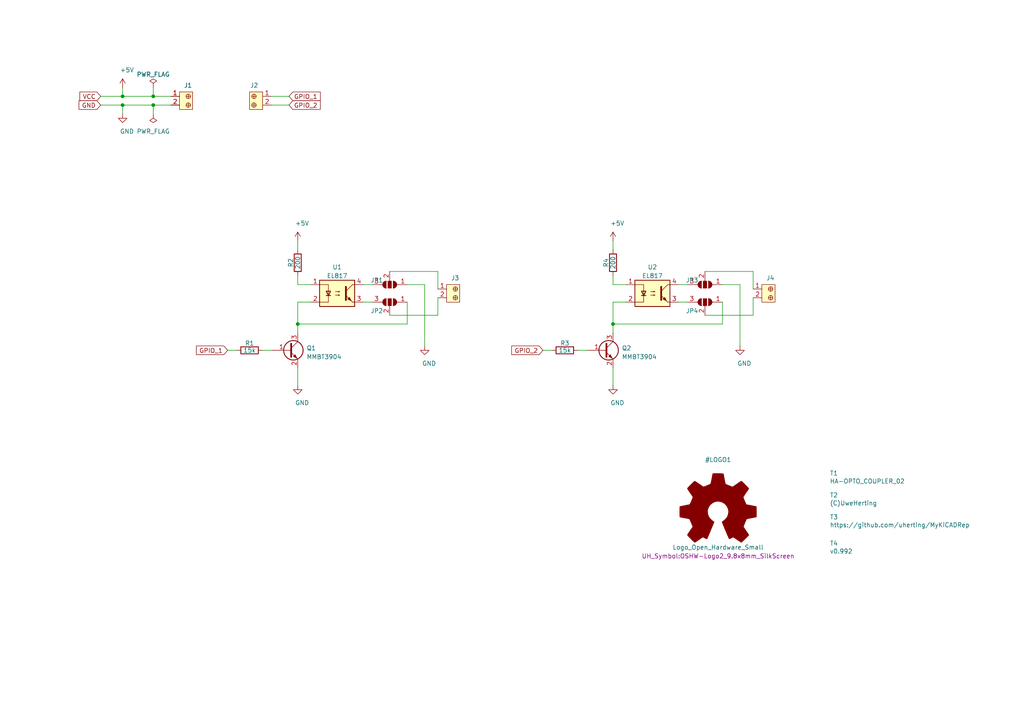
<source format=kicad_sch>
(kicad_sch (version 20210406) (generator eeschema)
  (paper "A4")
  (title_block (title "HA_OPTO_COUPLER_02") (date "2021-04-17") (rev "0.992"))
  (lib_symbols
    (symbol "UH_Graphic:Logo_Open_Hardware_Small" (pin_names (offset 1.016))
      (symbol "Logo_Open_Hardware_Small_1_1"
        (polyline (pts (xy 6.731 -8.7122) (xy 6.6294 -8.6614) (xy 6.35 -8.4836) (xy 5.9944 -8.255) (xy 5.5372 -7.9502) (xy 5.1054 -7.6454) (xy 4.7498 -7.4168) (xy 4.4958 -7.239) (xy 4.3942 -7.1882) (xy 4.318 -7.2136) (xy 4.1148 -7.3152) (xy 3.81 -7.4676) (xy 3.6322 -7.5692) (xy 3.3528 -7.6708) (xy 3.2258 -7.6962) (xy 3.2004 -7.6708) (xy 3.0988 -7.4676) (xy 2.9464 -7.0866) (xy 2.7178 -6.604) (xy 2.4892 -6.0452) (xy 2.2352 -5.4356) (xy 1.9558 -4.826) (xy 1.7272 -4.2164) (xy 1.4986 -3.683) (xy 1.3208 -3.2512) (xy 1.2192 -2.9464) (xy 1.1684 -2.8194) (xy 1.1938 -2.794) (xy 1.3208 -2.667) (xy 1.5748 -2.4892) (xy 2.0828 -2.0574) (xy 2.6162 -1.397) (xy 2.921 -0.6604) (xy 3.048 0.1524) (xy 2.9464 0.9144) (xy 2.6416 1.6256) (xy 2.1336 2.286) (xy 1.524 2.7686) (xy 0.8128 3.0734) (xy 0 3.175) (xy -0.762 3.0988) (xy -1.4986 2.794) (xy -2.159 2.286) (xy -2.4384 1.9812) (xy -2.8194 1.3208) (xy -3.048 0.6096) (xy -3.0734 0.4318) (xy -3.0226 -0.3556) (xy -2.794 -1.0922) (xy -2.3876 -1.7526) (xy -1.8288 -2.3114) (xy -1.7526 -2.3622) (xy -1.4732 -2.5654) (xy -1.2954 -2.6924) (xy -1.1684 -2.8194) (xy -2.159 -5.207) (xy -2.3114 -5.588) (xy -2.5908 -6.2484) (xy -2.8194 -6.8072) (xy -3.0226 -7.2644) (xy -3.1496 -7.5692) (xy -3.2258 -7.6708) (xy -3.2258 -7.6962) (xy -3.302 -7.6962) (xy -3.4798 -7.6454) (xy -3.8354 -7.4676) (xy -4.0386 -7.366) (xy -4.2926 -7.239) (xy -4.4196 -7.1882) (xy -4.5212 -7.239) (xy -4.7498 -7.3914) (xy -5.1054 -7.6454) (xy -5.5372 -7.9248) (xy -5.9436 -8.2042) (xy -6.3246 -8.4582) (xy -6.604 -8.636) (xy -6.731 -8.7122) (xy -6.7564 -8.7122) (xy -6.858 -8.636) (xy -7.0866 -8.4582) (xy -7.4168 -8.1534) (xy -7.874 -7.6962) (xy -7.9502 -7.62) (xy -8.3312 -7.239) (xy -8.636 -6.9088) (xy -8.8392 -6.6802) (xy -8.9154 -6.5786) (xy -8.9154 -6.5786) (xy -8.8392 -6.4516) (xy -8.6614 -6.1722) (xy -8.4328 -5.7912) (xy -8.128 -5.3594) (xy -7.3152 -4.191) (xy -7.7724 -3.0988) (xy -7.8994 -2.7686) (xy -8.0772 -2.3622) (xy -8.2042 -2.0828) (xy -8.255 -1.9558) (xy -8.382 -1.905) (xy -8.6614 -1.8542) (xy -9.0932 -1.7526) (xy -9.6266 -1.651) (xy -10.1092 -1.5748) (xy -10.541 -1.4732) (xy -10.8712 -1.4224) (xy -11.0236 -1.397) (xy -11.049 -1.3716) (xy -11.0744 -1.2954) (xy -11.0998 -1.143) (xy -11.0998 -0.889) (xy -11.1252 -0.4572) (xy -11.1252 0.1524) (xy -11.1252 0.2286) (xy -11.0998 0.8128) (xy -11.0998 1.27) (xy -11.0744 1.5494) (xy -11.0744 1.6764) (xy -11.0744 1.6764) (xy -10.922 1.7018) (xy -10.6172 1.778) (xy -10.16 1.8542) (xy -9.652 1.9558) (xy -9.6012 1.9812) (xy -9.0932 2.0828) (xy -8.636 2.159) (xy -8.3312 2.2352) (xy -8.2042 2.286) (xy -8.1788 2.3114) (xy -8.0772 2.5146) (xy -7.9248 2.8448) (xy -7.747 3.2512) (xy -7.5692 3.6576) (xy -7.4168 4.0386) (xy -7.3152 4.318) (xy -7.2898 4.445) (xy -7.2898 4.445) (xy -7.366 4.572) (xy -7.5438 4.826) (xy -7.7978 5.207) (xy -8.128 5.6642) (xy -8.128 5.6896) (xy -8.4328 6.1468) (xy -8.6868 6.5278) (xy -8.8392 6.7818) (xy -8.9154 6.9088) (xy -8.9154 6.9088) (xy -8.8138 7.0358) (xy -8.5852 7.2898) (xy -8.255 7.6454) (xy -7.874 8.0264) (xy -7.747 8.1534) (xy -7.3152 8.5852) (xy -7.0104 8.8646) (xy -6.8326 8.9916) (xy -6.731 9.0424) (xy -6.731 9.0424) (xy -6.604 8.9408) (xy -6.3246 8.763) (xy -5.9436 8.509) (xy -5.4864 8.2042) (xy -5.461 8.1788) (xy -5.0038 7.874) (xy -4.6482 7.62) (xy -4.3688 7.4422) (xy -4.2672 7.3914) (xy -4.2418 7.3914) (xy -4.064 7.4422) (xy -3.7338 7.5438) (xy -3.3528 7.6962) (xy -2.9464 7.874) (xy -2.5654 8.0264) (xy -2.286 8.1534) (xy -2.159 8.2296) (xy -2.159 8.2296) (xy -2.1082 8.382) (xy -2.032 8.7122) (xy -1.9304 9.1694) (xy -1.8288 9.7282) (xy -1.8034 9.8044) (xy -1.7018 10.3378) (xy -1.6256 10.7696) (xy -1.5748 11.0744) (xy -1.524 11.2014) (xy -1.4478 11.2268) (xy -1.1938 11.2522) (xy -0.8128 11.2522) (xy -0.3302 11.2522) (xy 0.1524 11.2522) (xy 0.6604 11.2522) (xy 1.0668 11.2268) (xy 1.3716 11.2014) (xy 1.4986 11.176) (xy 1.4986 11.176) (xy 1.5494 11.0236) (xy 1.6256 10.6934) (xy 1.7018 10.2108) (xy 1.8288 9.6774) (xy 1.8288 9.5758) (xy 1.9304 9.0424) (xy 2.032 8.6106) (xy 2.0828 8.3058) (xy 2.1336 8.2042) (xy 2.159 8.1788) (xy 2.3876 8.0772) (xy 2.7432 7.9248) (xy 3.175 7.747) (xy 4.191 7.3406) (xy 5.461 8.2042) (xy 5.5626 8.2804) (xy 6.0198 8.5852) (xy 6.3754 8.8392) (xy 6.6294 8.9916) (xy 6.7564 9.0424) (xy 6.7564 9.0424) (xy 6.8834 8.9408) (xy 7.1374 8.7122) (xy 7.4676 8.382) (xy 7.8486 7.9756) (xy 8.1534 7.6962) (xy 8.4836 7.3406) (xy 8.7122 7.112) (xy 8.8392 6.9596) (xy 8.8646 6.858) (xy 8.8646 6.8072) (xy 8.7884 6.6802) (xy 8.6106 6.4008) (xy 8.3312 6.0198) (xy 8.0264 5.588) (xy 7.7978 5.207) (xy 7.5184 4.8006) (xy 7.3406 4.4958) (xy 7.2898 4.3434) (xy 7.2898 4.2926) (xy 7.3914 4.0386) (xy 7.5184 3.683) (xy 7.7216 3.2258) (xy 8.1534 2.2352) (xy 8.7884 2.1082) (xy 9.1948 2.0574) (xy 9.7536 1.9304) (xy 10.2616 1.8288) (xy 11.0998 1.6764) (xy 11.1252 -1.3208) (xy 10.9982 -1.3716) (xy 10.8712 -1.397) (xy 10.5664 -1.4732) (xy 10.1346 -1.5494) (xy 9.6266 -1.651) (xy 9.1948 -1.7272) (xy 8.7376 -1.8288) (xy 8.4328 -1.8796) (xy 8.2804 -1.905) (xy 8.255 -1.9558) (xy 8.1534 -2.159) (xy 7.9756 -2.5146) (xy 7.8232 -2.921) (xy 7.6454 -3.3274) (xy 7.493 -3.7338) (xy 7.366 -4.0132) (xy 7.3406 -4.191) (xy 7.3914 -4.2926) (xy 7.5692 -4.5466) (xy 7.7978 -4.9276) (xy 8.1026 -5.3594) (xy 8.4074 -5.7912) (xy 8.6614 -6.1722) (xy 8.8138 -6.4262) (xy 8.89 -6.5532) (xy 8.8646 -6.6548) (xy 8.6868 -6.858) (xy 8.3566 -7.1882) (xy 7.874 -7.6708) (xy 7.7978 -7.747) (xy 7.3914 -8.128) (xy 7.0612 -8.4328) (xy 6.8326 -8.636) (xy 6.731 -8.7122)) (fill (type outline)))
      )
    )
    (symbol "UH_HA:(C)UweHerting" (pin_numbers hide) (pin_names (offset 0) hide)
      (property "Reference" "T" (at 0 1.27 0))
      (property "Value" "(C)UweHerting" (at 0 -2.54 0))
    )
    (symbol "UH_HA:EL817" (pin_names (offset 1.016))
      (property "Reference" "U" (at -5.08 5.08 0))
      (property "Value" "EL817" (at 0 5.08 0))
      (symbol "EL817_0_1"
        (rectangle (start -5.08 3.81) (end 5.08 -3.81) (stroke (width 0.254)) (fill (type background)))
        (polyline (pts (xy -3.175 -0.635) (xy -1.905 -0.635)) (stroke (width 0.254)))
        (polyline (pts (xy 2.54 0.635) (xy 4.445 2.54)))
        (polyline (pts (xy 4.445 -2.54) (xy 5.08 -2.54)))
        (polyline (pts (xy 4.445 2.54) (xy 5.08 2.54)))
        (polyline (pts (xy -5.08 2.54) (xy -2.54 2.54) (xy -2.54 -0.635)))
        (polyline (pts (xy -2.54 -0.635) (xy -2.54 -2.54) (xy -5.08 -2.54)))
        (polyline (pts (xy 2.54 1.905) (xy 2.54 -1.905) (xy 2.54 -1.905)) (stroke (width 0.508)))
        (polyline (pts (xy -2.54 -0.635) (xy -3.175 0.635) (xy -1.905 0.635) (xy -2.54 -0.635)) (stroke (width 0.254)))
        (polyline (pts (xy -0.508 -0.508) (xy 0.762 -0.508) (xy 0.381 -0.635) (xy 0.381 -0.381) (xy 0.762 -0.508)))
        (polyline (pts (xy -0.508 0.508) (xy 0.762 0.508) (xy 0.381 0.381) (xy 0.381 0.635) (xy 0.762 0.508)))
        (polyline (pts (xy 4.445 -2.54) (xy 2.54 -0.635)) (fill (type outline)))
        (polyline (pts (xy 3.048 -1.651) (xy 3.556 -1.143) (xy 4.064 -2.159) (xy 3.048 -1.651) (xy 3.048 -1.651)) (fill (type outline)))
      )
      (symbol "EL817_1_1"
        (pin passive line (at -7.62 2.54 0) (length 2.54) (name "~") (number "1"))
        (pin passive line (at -7.62 -2.54 0) (length 2.54) (name "~") (number "2"))
        (pin passive line (at 7.62 -2.54 180) (length 2.54) (name "~") (number "3"))
        (pin passive line (at 7.62 2.54 180) (length 2.54) (name "~") (number "4"))
      )
    )
    (symbol "UH_HA:GithubLink_UH" (pin_numbers hide) (pin_names (offset 0) hide)
      (property "Reference" "T" (at 0 1.27 0))
      (property "Datasheet" "https://github.com/uherting/MyKiCADRep" (at 0 0 0))
    )
    (symbol "UH_HA:MMBT3904" (pin_names (offset 0) hide)
      (property "Reference" "Q" (at 5.08 1.905 0))
      (property "Value" "MMBT3904" (at 5.08 0 0))
      (symbol "MMBT3904_0_1"
        (circle (center 1.27 0) (radius 2.8194) (stroke (width 0.254)))
        (polyline (pts (xy 0.635 0.635) (xy 2.54 2.54)))
        (polyline (pts (xy 0.635 -0.635) (xy 2.54 -2.54) (xy 2.54 -2.54)))
        (polyline (pts (xy 0.635 1.905) (xy 0.635 -1.905) (xy 0.635 -1.905)) (stroke (width 0.508)))
        (polyline (pts (xy 1.27 -1.778) (xy 1.778 -1.27) (xy 2.286 -2.286) (xy 1.27 -1.778) (xy 1.27 -1.778)) (fill (type outline)))
      )
      (symbol "MMBT3904_1_1"
        (pin input line (at -5.08 0 0) (length 5.715) (name "B") (number "1"))
        (pin passive line (at 2.54 -5.08 90) (length 2.54) (name "E") (number "2"))
        (pin passive line (at 2.54 5.08 270) (length 2.54) (name "C") (number "3"))
      )
    )
    (symbol "UH_HA:PCB_Name" (pin_numbers hide) (pin_names (offset 0) hide)
      (property "Reference" "T" (at 0 1.27 0))
      (property "Value" "PCB_Name" (at 0 -2.54 0))
    )
    (symbol "UH_HA:PCB_Version" (pin_numbers hide) (pin_names (offset 0) hide)
      (property "Reference" "T" (at 0 1.27 0))
      (property "Value" "PCB_Version" (at 0 -2.54 0))
    )
    (symbol "UH_HA:PWR_FLAG" (power) (pin_numbers hide) (pin_names (offset 0) hide)
      (property "Value" "PWR_FLAG" (at 0 3.81 0))
      (symbol "PWR_FLAG_0_0"
        (pin power_out line (at 0 0 90) (length 0) (name "pwr") (number "1"))
      )
      (symbol "PWR_FLAG_0_1"
        (polyline (pts (xy 0 0) (xy 0 1.27) (xy -1.016 1.905) (xy 0 2.54) (xy 1.016 1.905) (xy 0 1.27)))
      )
    )
    (symbol "UH_HA:R" (pin_numbers hide) (pin_names (offset 0))
      (property "Reference" "R" (at 2.032 0 90))
      (property "Value" "R" (at 0 0 90))
      (symbol "R_0_1"
        (rectangle (start -1.016 -2.54) (end 1.016 2.54) (stroke (width 0.254)))
      )
      (symbol "R_1_1"
        (pin passive line (at 0 3.81 270) (length 1.27) (name "~") (number "1"))
        (pin passive line (at 0 -3.81 90) (length 1.27) (name "~") (number "2"))
      )
    )
    (symbol "UH_HA:SolderJumper_3_Open" (pin_names (offset 0) hide)
      (property "Reference" "JP" (at -2.54 -2.54 0))
      (property "Value" "SolderJumper_3_Open" (at 0 2.794 0))
      (symbol "SolderJumper_3_Open_0_1"
        (arc (start -1.016 1.016) (end -1.016 -1.016) (radius (at -1.016 0) (length 1.016) (angles 90.1 -90.1)))
        (arc (start 1.016 -1.016) (end 1.016 1.016) (radius (at 1.016 0) (length 1.016) (angles -89.9 89.9)))
        (arc (start -1.016 1.016) (end -1.016 -1.016) (radius (at -1.016 0) (length 1.016) (angles 90.1 -90.1)) (fill (type outline)))
        (arc (start 1.016 -1.016) (end 1.016 1.016) (radius (at 1.016 0) (length 1.016) (angles -89.9 89.9)) (fill (type outline)))
        (rectangle (start -0.508 1.016) (end 0.508 -1.016) (fill (type outline)))
        (polyline (pts (xy -2.54 0) (xy -2.032 0)))
        (polyline (pts (xy -1.016 1.016) (xy -1.016 -1.016)))
        (polyline (pts (xy 0 -1.27) (xy 0 -1.016)))
        (polyline (pts (xy 1.016 1.016) (xy 1.016 -1.016)))
        (polyline (pts (xy 2.54 0) (xy 2.032 0)))
      )
      (symbol "SolderJumper_3_Open_1_1"
        (pin passive line (at -5.08 0 0) (length 2.54) (name "A") (number "1"))
        (pin input line (at 0 -3.81 90) (length 2.54) (name "C") (number "2"))
        (pin passive line (at 5.08 0 180) (length 2.54) (name "B") (number "3"))
      )
    )
    (symbol "UH_HA:TerminalBlock_2pin" (pin_names (offset 1.016))
      (property "Reference" "J" (at -2.54 1.27 0))
      (property "Value" "TerminalBlock_2pin" (at 1.27 -2.54 0))
      (symbol "TerminalBlock_2pin_1_1"
        (circle (center 0 0) (radius 0.635))
        (circle (center 2.54 0) (radius 0.635))
        (rectangle (start -1.27 2.54) (end 3.81 -1.27) (fill (type background)))
        (polyline (pts (xy 0 0.635) (xy 0 -0.635)))
        (polyline (pts (xy 0.635 0) (xy -0.635 0)))
        (polyline (pts (xy 1.905 0) (xy 3.175 0)))
        (polyline (pts (xy 2.54 0.635) (xy 2.54 -0.635)))
        (pin passive line (at 0 5.08 270) (length 2.54) (name "~") (number "1"))
        (pin passive line (at 2.54 5.08 270) (length 2.54) (name "~") (number "2"))
      )
    )
    (symbol "power:+5V" (power) (pin_names (offset 0))
      (property "Value" "+5V" (at 0 3.556 0))
      (symbol "+5V_0_1"
        (polyline (pts (xy -0.762 1.27) (xy 0 2.54)))
        (polyline (pts (xy 0 0) (xy 0 2.54)))
        (polyline (pts (xy 0 2.54) (xy 0.762 1.27)))
      )
      (symbol "+5V_1_1"
        (pin power_in line (at 0 0 90) (length 0) hide (name "+5V") (number "1"))
      )
    )
    (symbol "power:GND" (power) (pin_names (offset 0))
      (property "Value" "GND" (at 0 -3.81 0))
      (symbol "GND_0_1"
        (polyline (pts (xy 0 0) (xy 0 -1.27) (xy 1.27 -1.27) (xy 0 -2.54) (xy -1.27 -1.27) (xy 0 -1.27)))
      )
      (symbol "GND_1_1"
        (pin power_in line (at 0 0 270) (length 0) hide (name "GND") (number "1"))
      )
    )
  )
  (junction (at 35.56 27.94) (diameter 0.9144))
  (junction (at 35.56 30.48) (diameter 0.9144))
  (junction (at 44.45 27.94) (diameter 0.9144))
  (junction (at 44.45 30.48) (diameter 0.9144))
  (junction (at 86.36 93.98) (diameter 0.9144))
  (junction (at 177.8 93.98) (diameter 0.9144))
  (wire (pts (xy 29.21 27.94) (xy 35.56 27.94)))
  (wire (pts (xy 29.21 30.48) (xy 35.56 30.48)))
  (wire (pts (xy 35.56 25.4) (xy 35.56 27.94)))
  (wire (pts (xy 35.56 27.94) (xy 44.45 27.94)))
  (wire (pts (xy 35.56 30.48) (xy 35.56 33.02)))
  (wire (pts (xy 35.56 30.48) (xy 44.45 30.48)))
  (wire (pts (xy 44.45 27.94) (xy 44.45 25.4)))
  (wire (pts (xy 44.45 27.94) (xy 49.53 27.94)))
  (wire (pts (xy 44.45 30.48) (xy 44.45 33.02)))
  (wire (pts (xy 44.45 30.48) (xy 49.53 30.48)))
  (wire (pts (xy 66.04 101.6) (xy 68.58 101.6)))
  (wire (pts (xy 76.2 101.6) (xy 78.74 101.6)))
  (wire (pts (xy 78.74 27.94) (xy 83.82 27.94)))
  (wire (pts (xy 78.74 30.48) (xy 83.82 30.48)))
  (wire (pts (xy 86.36 69.85) (xy 86.36 72.39)))
  (wire (pts (xy 86.36 80.01) (xy 86.36 82.55)))
  (wire (pts (xy 86.36 87.63) (xy 86.36 93.98)))
  (wire (pts (xy 86.36 93.98) (xy 86.36 96.52)))
  (wire (pts (xy 86.36 93.98) (xy 118.11 93.98)))
  (wire (pts (xy 86.36 106.68) (xy 86.36 111.76)))
  (wire (pts (xy 90.17 82.55) (xy 86.36 82.55)))
  (wire (pts (xy 90.17 87.63) (xy 86.36 87.63)))
  (wire (pts (xy 105.41 82.55) (xy 107.95 82.55)))
  (wire (pts (xy 105.41 87.63) (xy 107.95 87.63)))
  (wire (pts (xy 113.03 78.74) (xy 127 78.74)))
  (wire (pts (xy 113.03 91.44) (xy 127 91.44)))
  (wire (pts (xy 118.11 82.55) (xy 123.19 82.55)))
  (wire (pts (xy 118.11 87.63) (xy 118.11 93.98)))
  (wire (pts (xy 123.19 82.55) (xy 123.19 100.33)))
  (wire (pts (xy 127 78.74) (xy 127 83.82)))
  (wire (pts (xy 127 91.44) (xy 127 86.36)))
  (wire (pts (xy 157.48 101.6) (xy 160.02 101.6)))
  (wire (pts (xy 167.64 101.6) (xy 170.18 101.6)))
  (wire (pts (xy 177.8 69.85) (xy 177.8 72.39)))
  (wire (pts (xy 177.8 80.01) (xy 177.8 82.55)))
  (wire (pts (xy 177.8 87.63) (xy 177.8 93.98)))
  (wire (pts (xy 177.8 93.98) (xy 177.8 96.52)))
  (wire (pts (xy 177.8 93.98) (xy 209.55 93.98)))
  (wire (pts (xy 177.8 106.68) (xy 177.8 111.76)))
  (wire (pts (xy 181.61 82.55) (xy 177.8 82.55)))
  (wire (pts (xy 181.61 87.63) (xy 177.8 87.63)))
  (wire (pts (xy 196.85 82.55) (xy 199.39 82.55)))
  (wire (pts (xy 196.85 87.63) (xy 199.39 87.63)))
  (wire (pts (xy 204.47 78.74) (xy 218.44 78.74)))
  (wire (pts (xy 204.47 91.44) (xy 218.44 91.44)))
  (wire (pts (xy 209.55 82.55) (xy 214.63 82.55)))
  (wire (pts (xy 209.55 87.63) (xy 209.55 93.98)))
  (wire (pts (xy 214.63 82.55) (xy 214.63 100.33)))
  (wire (pts (xy 218.44 78.74) (xy 218.44 83.82)))
  (wire (pts (xy 218.44 91.44) (xy 218.44 86.36)))
  (global_label "VCC" (shape input) (at 29.21 27.94 180) (property "Intersheet References" "${INTERSHEET_REFS}" (effects hide)))
  (global_label "GND" (shape input) (at 29.21 30.48 180) (property "Intersheet References" "${INTERSHEET_REFS}" (effects hide)))
  (global_label "GPIO_1" (shape input) (at 66.04 101.6 180) (property "Intersheet References" "${INTERSHEET_REFS}" (effects hide)))
  (global_label "GPIO_1" (shape input) (at 83.82 27.94 0) (property "Intersheet References" "${INTERSHEET_REFS}" (effects hide)))
  (global_label "GPIO_2" (shape input) (at 83.82 30.48 0) (property "Intersheet References" "${INTERSHEET_REFS}" (effects hide)))
  (global_label "GPIO_2" (shape input) (at 157.48 101.6 180) (property "Intersheet References" "${INTERSHEET_REFS}" (effects hide)))
  (symbol (lib_id "UH_HA:PCB_Name") (at 240.03 138.43 0) (unit 1)
    (property "Reference" "T1" (at 240.665 137.2616 0) (effects (justify left)))
    (property "Value" "HA-OPTO_COUPLER_02" (at 240.665 139.573 0) (effects (font (size 1.25 1.25)) (justify left)))
    (property "Footprint" "UH_HA:PCB_Name" (effects hide))
  )
  (symbol (lib_id "UH_HA:(C)UweHerting") (at 240.03 144.78 0) (unit 1)
    (property "Reference" "T2" (at 240.665 143.6116 0) (effects (justify left)))
    (property "Value" "(C)UweHerting" (at 240.665 145.923 0) (effects (justify left)))
    (property "Footprint" "UH_HA:Copyright-Uwe_Herting" (effects hide))
  )
  (symbol (lib_id "UH_HA:GithubLink_UH") (at 240.03 151.13 0) (unit 1)
    (property "Reference" "T3" (at 240.665 149.9616 0) (effects (justify left)))
    (property "Value" "https://github.com/uherting/MyKiCADRep" (at 240.665 152.273 0) (effects (justify left)))
    (property "Footprint" "UH_HA:GithubLink_UH" (effects hide))
  )
  (symbol (lib_id "UH_HA:PCB_Version") (at 240.03 158.75 0) (unit 1)
    (property "Reference" "T4" (at 240.665 157.607 0) (effects (justify left)))
    (property "Value" "v0.992" (at 240.665 159.893 0) (effects (justify left)))
    (property "Footprint" "UH_HA:PCB_Version" (effects hide))
  )
  (symbol (lib_id "power:+5V") (at 35.56 25.4 0) (unit 1)
    (property "Reference" "#PWR01" (effects hide))
    (property "Value" "+5V" (at 36.83 20.32 0))
  )
  (symbol (lib_id "power:+5V") (at 86.36 69.85 0) (unit 1)
    (property "Reference" "#PWR03" (effects hide))
    (property "Value" "+5V" (at 87.63 64.77 0))
  )
  (symbol (lib_id "power:+5V") (at 177.8 69.85 0) (unit 1)
    (property "Reference" "#PWR06" (effects hide))
    (property "Value" "+5V" (at 179.07 64.77 0))
  )
  (symbol (lib_id "UH_HA:PWR_FLAG") (at 44.45 25.4 0) (unit 1)
    (property "Reference" "#FLG01" (effects hide))
    (property "Value" "PWR_FLAG" (at 44.45 21.59 0))
  )
  (symbol (lib_id "UH_HA:PWR_FLAG") (at 44.45 33.02 180) (unit 1)
    (property "Reference" "#FLG02" (effects hide))
    (property "Value" "PWR_FLAG" (at 44.45 38.1 0))
  )
  (symbol (lib_id "power:GND") (at 35.56 33.02 0) (unit 1)
    (property "Reference" "#PWR02" (effects hide))
    (property "Value" "GND" (at 36.83 38.1 0))
  )
  (symbol (lib_id "power:GND") (at 86.36 111.76 0) (unit 1)
    (property "Reference" "#PWR04" (effects hide))
    (property "Value" "GND" (at 87.63 116.84 0))
  )
  (symbol (lib_id "power:GND") (at 123.19 100.33 0) (unit 1)
    (property "Reference" "#PWR05" (effects hide))
    (property "Value" "GND" (at 124.46 105.41 0))
  )
  (symbol (lib_id "power:GND") (at 177.8 111.76 0) (unit 1)
    (property "Reference" "#PWR07" (effects hide))
    (property "Value" "GND" (at 179.07 116.84 0))
  )
  (symbol (lib_id "power:GND") (at 214.63 100.33 0) (unit 1)
    (property "Reference" "#PWR08" (effects hide))
    (property "Value" "GND" (at 215.9 105.41 0))
  )
  (symbol (lib_id "UH_HA:R") (at 72.39 101.6 90) (unit 1)
    (property "Reference" "R1" (at 72.39 99.568 90))
    (property "Value" "15k" (at 72.39 101.6 90))
    (property "Footprint" "Resistor_SMD:R_0805_2012Metric_Pad1.20x1.40mm_HandSolder" (effects hide))
  )
  (symbol (lib_id "UH_HA:R") (at 86.36 76.2 180) (unit 1)
    (property "Reference" "R2" (at 84.328 76.2 90))
    (property "Value" "200" (at 86.36 76.2 90))
    (property "Footprint" "Resistor_SMD:R_0805_2012Metric_Pad1.20x1.40mm_HandSolder" (effects hide))
  )
  (symbol (lib_id "UH_HA:R") (at 163.83 101.6 90) (unit 1)
    (property "Reference" "R3" (at 163.83 99.568 90))
    (property "Value" "15k" (at 163.83 101.6 90))
    (property "Footprint" "Resistor_SMD:R_0805_2012Metric_Pad1.20x1.40mm_HandSolder" (effects hide))
  )
  (symbol (lib_id "UH_HA:R") (at 177.8 76.2 180) (unit 1)
    (property "Reference" "R4" (at 175.768 76.2 90))
    (property "Value" "200" (at 177.8 76.2 90))
    (property "Footprint" "Resistor_SMD:R_0805_2012Metric_Pad1.20x1.40mm_HandSolder" (effects hide))
  )
  (symbol (lib_id "UH_HA:TerminalBlock_2pin") (at 54.61 27.94 90) (mirror x) (unit 1)
    (property "Reference" "J1" (at 53.34 24.7649 90) (effects (justify right)))
    (property "Value" "TerminalBlock_3pin" (effects hide))
    (property "Footprint" "UH_HA:Term_Block_1x2_P5mm" (effects hide))
    (property "Datasheet" "http://www.on-shore.com/wp-content/uploads/OSTTCXX0162.pdf" (effects hide))
    (property "Digi-Key_PN" "ED2600-ND" (effects hide))
    (property "MPN" "OSTTC020162" (effects hide))
    (property "Category" "Connectors, Interconnects" (effects hide))
    (property "Family" "Terminal Blocks - Wire to Board" (effects hide))
    (property "DK_Datasheet_Link" "http://www.on-shore.com/wp-content/uploads/OSTTCXX0162.pdf" (effects hide))
    (property "DK_Detail_Page" "/product-detail/en/on-shore-technology-inc/OSTTC020162/ED2600-ND/614549" (effects hide))
    (property "Description" "TERM BLK 2POS SIDE ENTRY 5MM PCB" (effects hide))
    (property "Manufacturer" "On Shore Technology Inc." (effects hide))
    (property "Status" "Active" (effects hide))
  )
  (symbol (lib_id "UH_HA:TerminalBlock_2pin") (at 73.66 27.94 270) (unit 1)
    (property "Reference" "J2" (at 74.93 24.7649 90) (effects (justify right)))
    (property "Value" "TerminalBlock_3pin" (effects hide))
    (property "Footprint" "UH_HA:Term_Block_1x2_P5mm" (effects hide))
    (property "Datasheet" "http://www.on-shore.com/wp-content/uploads/OSTTCXX0162.pdf" (effects hide))
    (property "Digi-Key_PN" "ED2600-ND" (effects hide))
    (property "MPN" "OSTTC020162" (effects hide))
    (property "Category" "Connectors, Interconnects" (effects hide))
    (property "Family" "Terminal Blocks - Wire to Board" (effects hide))
    (property "DK_Datasheet_Link" "http://www.on-shore.com/wp-content/uploads/OSTTCXX0162.pdf" (effects hide))
    (property "DK_Detail_Page" "/product-detail/en/on-shore-technology-inc/OSTTC020162/ED2600-ND/614549" (effects hide))
    (property "Description" "TERM BLK 2POS SIDE ENTRY 5MM PCB" (effects hide))
    (property "Manufacturer" "On Shore Technology Inc." (effects hide))
    (property "Status" "Active" (effects hide))
  )
  (symbol (lib_id "UH_HA:TerminalBlock_2pin") (at 132.08 83.82 90) (mirror x) (unit 1)
    (property "Reference" "J3" (at 130.81 80.6449 90) (effects (justify right)))
    (property "Value" "TerminalBlock_3pin" (effects hide))
    (property "Footprint" "UH_HA:Term_Block_1x2_P5mm" (effects hide))
    (property "Datasheet" "http://www.on-shore.com/wp-content/uploads/OSTTCXX0162.pdf" (effects hide))
    (property "Digi-Key_PN" "ED2600-ND" (effects hide))
    (property "MPN" "OSTTC020162" (effects hide))
    (property "Category" "Connectors, Interconnects" (effects hide))
    (property "Family" "Terminal Blocks - Wire to Board" (effects hide))
    (property "DK_Datasheet_Link" "http://www.on-shore.com/wp-content/uploads/OSTTCXX0162.pdf" (effects hide))
    (property "DK_Detail_Page" "/product-detail/en/on-shore-technology-inc/OSTTC020162/ED2600-ND/614549" (effects hide))
    (property "Description" "TERM BLK 2POS SIDE ENTRY 5MM PCB" (effects hide))
    (property "Manufacturer" "On Shore Technology Inc." (effects hide))
    (property "Status" "Active" (effects hide))
  )
  (symbol (lib_id "UH_HA:TerminalBlock_2pin") (at 223.52 83.82 90) (mirror x) (unit 1)
    (property "Reference" "J4" (at 222.25 80.6449 90) (effects (justify right)))
    (property "Value" "TerminalBlock_3pin" (effects hide))
    (property "Footprint" "UH_HA:Term_Block_1x2_P5mm" (effects hide))
    (property "Datasheet" "http://www.on-shore.com/wp-content/uploads/OSTTCXX0162.pdf" (effects hide))
    (property "Digi-Key_PN" "ED2600-ND" (effects hide))
    (property "MPN" "OSTTC020162" (effects hide))
    (property "Category" "Connectors, Interconnects" (effects hide))
    (property "Family" "Terminal Blocks - Wire to Board" (effects hide))
    (property "DK_Datasheet_Link" "http://www.on-shore.com/wp-content/uploads/OSTTCXX0162.pdf" (effects hide))
    (property "DK_Detail_Page" "/product-detail/en/on-shore-technology-inc/OSTTC020162/ED2600-ND/614549" (effects hide))
    (property "Description" "TERM BLK 2POS SIDE ENTRY 5MM PCB" (effects hide))
    (property "Manufacturer" "On Shore Technology Inc." (effects hide))
    (property "Status" "Active" (effects hide))
  )
  (symbol (lib_id "UH_HA:SolderJumper_3_Open") (at 113.03 82.55 180) (unit 1)
    (property "Reference" "JP1" (at 111.1249 81.28 0) (effects (justify left)))
    (property "Value" "SolderJumper_3_Open" (effects hide))
    (property "Footprint" "UH_HA:SolderJumper-3_P2.0mm_Open_TrianglePad1.0x1.5mm_NumberLabels" (effects hide))
  )
  (symbol (lib_id "UH_HA:SolderJumper_3_Open") (at 113.03 87.63 0) (mirror y) (unit 1)
    (property "Reference" "JP2" (at 111.1249 90.17 0) (effects (justify left)))
    (property "Value" "SolderJumper_3_Open" (effects hide))
    (property "Footprint" "UH_HA:SolderJumper-3_P2.0mm_Open_TrianglePad1.0x1.5mm_NumberLabels" (effects hide))
  )
  (symbol (lib_id "UH_HA:SolderJumper_3_Open") (at 204.47 82.55 180) (unit 1)
    (property "Reference" "JP3" (at 202.5649 81.28 0) (effects (justify left)))
    (property "Value" "SolderJumper_3_Open" (effects hide))
    (property "Footprint" "UH_HA:SolderJumper-3_P2.0mm_Open_TrianglePad1.0x1.5mm_NumberLabels" (effects hide))
  )
  (symbol (lib_id "UH_HA:SolderJumper_3_Open") (at 204.47 87.63 0) (mirror y) (unit 1)
    (property "Reference" "JP4" (at 202.5649 90.17 0) (effects (justify left)))
    (property "Value" "SolderJumper_3_Open" (effects hide))
    (property "Footprint" "UH_HA:SolderJumper-3_P2.0mm_Open_TrianglePad1.0x1.5mm_NumberLabels" (effects hide))
  )
  (symbol (lib_id "UH_HA:MMBT3904") (at 83.82 101.6 0) (unit 1)
    (property "Reference" "Q1" (at 88.9 100.9649 0) (effects (justify left)))
    (property "Value" "MMBT3904" (at 88.9 103.5049 0) (effects (justify left)))
    (property "Footprint" "UH_HA:SOT-23" (effects hide))
    (property "Datasheet" "file:///home/uwe/Git/UH/MyKiCADRep/data_sheets/2N3904-MMBT3904-PZT3904.pdf" (effects hide))
  )
  (symbol (lib_id "UH_HA:MMBT3904") (at 175.26 101.6 0) (unit 1)
    (property "Reference" "Q2" (at 180.34 100.9649 0) (effects (justify left)))
    (property "Value" "MMBT3904" (at 180.34 103.5049 0) (effects (justify left)))
    (property "Footprint" "UH_HA:SOT-23" (effects hide))
    (property "Datasheet" "file:///home/uwe/Git/UH/MyKiCADRep/data_sheets/2N3904-MMBT3904-PZT3904.pdf" (effects hide))
  )
  (symbol (lib_id "UH_HA:EL817") (at 97.79 85.09 0) (unit 1)
    (property "Reference" "U1" (at 97.79 77.47 0))
    (property "Value" "EL817" (at 97.79 80.01 0))
    (property "Footprint" "UH_HA:EL817-S1T" (effects hide))
    (property "Datasheet" "file:///home/uwe/Git/UH/MyKiCADRep/data_sheets/EL817.pdf" (effects hide))
  )
  (symbol (lib_id "UH_HA:EL817") (at 189.23 85.09 0) (unit 1)
    (property "Reference" "U2" (at 189.23 77.47 0))
    (property "Value" "EL817" (at 189.23 80.01 0))
    (property "Footprint" "UH_HA:EL817-S1T" (effects hide))
    (property "Datasheet" "file:///home/uwe/Git/UH/MyKiCADRep/data_sheets/EL817.pdf" (effects hide))
  )
  (symbol (lib_id "UH_Graphic:Logo_Open_Hardware_Small") (at 208.28 148.59 0) (unit 1)
    (property "Reference" "#LOGO1" (at 208.28 133.35 0))
    (property "Value" "Logo_Open_Hardware_Small" (at 208.28 158.75 0))
    (property "Footprint" "UH_Symbol:OSHW-Logo2_9.8x8mm_SilkScreen" (at 208.28 161.29 0))
  )
)
</source>
